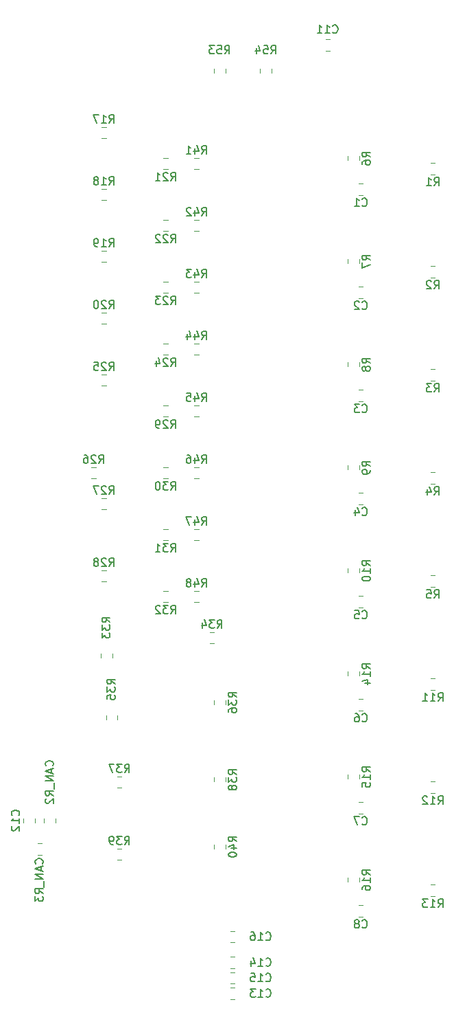
<source format=gbr>
G04 #@! TF.GenerationSoftware,KiCad,Pcbnew,(5.1.5)-3*
G04 #@! TF.CreationDate,2020-02-02T10:17:26+01:00*
G04 #@! TF.ProjectId,shield,73686965-6c64-42e6-9b69-6361645f7063,rev?*
G04 #@! TF.SameCoordinates,Original*
G04 #@! TF.FileFunction,Legend,Bot*
G04 #@! TF.FilePolarity,Positive*
%FSLAX46Y46*%
G04 Gerber Fmt 4.6, Leading zero omitted, Abs format (unit mm)*
G04 Created by KiCad (PCBNEW (5.1.5)-3) date 2020-02-02 10:17:26*
%MOMM*%
%LPD*%
G04 APERTURE LIST*
%ADD10C,0.120000*%
%ADD11C,0.150000*%
G04 APERTURE END LIST*
D10*
X74368922Y-159310000D02*
X74886078Y-159310000D01*
X74368922Y-160730000D02*
X74886078Y-160730000D01*
X74368922Y-164390000D02*
X74886078Y-164390000D01*
X74368922Y-165810000D02*
X74886078Y-165810000D01*
X74886078Y-163905000D02*
X74368922Y-163905000D01*
X74886078Y-162485000D02*
X74368922Y-162485000D01*
X74886078Y-167715000D02*
X74368922Y-167715000D01*
X74886078Y-166295000D02*
X74368922Y-166295000D01*
X50240000Y-145458922D02*
X50240000Y-145976078D01*
X48820000Y-145458922D02*
X48820000Y-145976078D01*
X50541422Y-148515000D02*
X51058578Y-148515000D01*
X50541422Y-149935000D02*
X51058578Y-149935000D01*
X51360000Y-145976078D02*
X51360000Y-145458922D01*
X52780000Y-145976078D02*
X52780000Y-145458922D01*
X79450000Y-53081422D02*
X79450000Y-53598578D01*
X78030000Y-53081422D02*
X78030000Y-53598578D01*
X73735000Y-53081422D02*
X73735000Y-53598578D01*
X72315000Y-53081422D02*
X72315000Y-53598578D01*
X86101422Y-49455000D02*
X86618578Y-49455000D01*
X86101422Y-50875000D02*
X86618578Y-50875000D01*
X70441078Y-118820000D02*
X69923922Y-118820000D01*
X70441078Y-117400000D02*
X69923922Y-117400000D01*
X70441078Y-111200000D02*
X69923922Y-111200000D01*
X70441078Y-109780000D02*
X69923922Y-109780000D01*
X70441078Y-103580000D02*
X69923922Y-103580000D01*
X70441078Y-102160000D02*
X69923922Y-102160000D01*
X70441078Y-95960000D02*
X69923922Y-95960000D01*
X70441078Y-94540000D02*
X69923922Y-94540000D01*
X70441078Y-88340000D02*
X69923922Y-88340000D01*
X70441078Y-86920000D02*
X69923922Y-86920000D01*
X70441078Y-80720000D02*
X69923922Y-80720000D01*
X70441078Y-79300000D02*
X69923922Y-79300000D01*
X70441078Y-73100000D02*
X69923922Y-73100000D01*
X70441078Y-71680000D02*
X69923922Y-71680000D01*
X70441078Y-65480000D02*
X69923922Y-65480000D01*
X70441078Y-64060000D02*
X69923922Y-64060000D01*
X72315000Y-149181078D02*
X72315000Y-148663922D01*
X73735000Y-149181078D02*
X73735000Y-148663922D01*
X60916078Y-150570000D02*
X60398922Y-150570000D01*
X60916078Y-149150000D02*
X60398922Y-149150000D01*
X72315000Y-140926078D02*
X72315000Y-140408922D01*
X73735000Y-140926078D02*
X73735000Y-140408922D01*
X60916078Y-141680000D02*
X60398922Y-141680000D01*
X60916078Y-140260000D02*
X60398922Y-140260000D01*
X72315000Y-131401078D02*
X72315000Y-130883922D01*
X73735000Y-131401078D02*
X73735000Y-130883922D01*
X59010000Y-133276078D02*
X59010000Y-132758922D01*
X60430000Y-133276078D02*
X60430000Y-132758922D01*
X72346078Y-123900000D02*
X71828922Y-123900000D01*
X72346078Y-122480000D02*
X71828922Y-122480000D01*
X58345000Y-125686078D02*
X58345000Y-125168922D01*
X59765000Y-125686078D02*
X59765000Y-125168922D01*
X66113922Y-117400000D02*
X66631078Y-117400000D01*
X66113922Y-118820000D02*
X66631078Y-118820000D01*
X66113922Y-109780000D02*
X66631078Y-109780000D01*
X66113922Y-111200000D02*
X66631078Y-111200000D01*
X66113922Y-102160000D02*
X66631078Y-102160000D01*
X66113922Y-103580000D02*
X66631078Y-103580000D01*
X66113922Y-94540000D02*
X66631078Y-94540000D01*
X66113922Y-95960000D02*
X66631078Y-95960000D01*
X59011078Y-116280000D02*
X58493922Y-116280000D01*
X59011078Y-114860000D02*
X58493922Y-114860000D01*
X59011078Y-107390000D02*
X58493922Y-107390000D01*
X59011078Y-105970000D02*
X58493922Y-105970000D01*
X57741078Y-103580000D02*
X57223922Y-103580000D01*
X57741078Y-102160000D02*
X57223922Y-102160000D01*
X59011078Y-92150000D02*
X58493922Y-92150000D01*
X59011078Y-90730000D02*
X58493922Y-90730000D01*
X66113922Y-86920000D02*
X66631078Y-86920000D01*
X66113922Y-88340000D02*
X66631078Y-88340000D01*
X66113922Y-79300000D02*
X66631078Y-79300000D01*
X66113922Y-80720000D02*
X66631078Y-80720000D01*
X66113922Y-71680000D02*
X66631078Y-71680000D01*
X66113922Y-73100000D02*
X66631078Y-73100000D01*
X66113922Y-64060000D02*
X66631078Y-64060000D01*
X66113922Y-65480000D02*
X66631078Y-65480000D01*
X59011078Y-84530000D02*
X58493922Y-84530000D01*
X59011078Y-83110000D02*
X58493922Y-83110000D01*
X59011078Y-76910000D02*
X58493922Y-76910000D01*
X59011078Y-75490000D02*
X58493922Y-75490000D01*
X59011078Y-69290000D02*
X58493922Y-69290000D01*
X59011078Y-67870000D02*
X58493922Y-67870000D01*
X59011078Y-61670000D02*
X58493922Y-61670000D01*
X59011078Y-60250000D02*
X58493922Y-60250000D01*
X88825000Y-153293578D02*
X88825000Y-152776422D01*
X90245000Y-153293578D02*
X90245000Y-152776422D01*
X88825000Y-140593578D02*
X88825000Y-140076422D01*
X90245000Y-140593578D02*
X90245000Y-140076422D01*
X88825000Y-127893578D02*
X88825000Y-127376422D01*
X90245000Y-127893578D02*
X90245000Y-127376422D01*
X99103922Y-153595000D02*
X99621078Y-153595000D01*
X99103922Y-155015000D02*
X99621078Y-155015000D01*
X99103922Y-140895000D02*
X99621078Y-140895000D01*
X99103922Y-142315000D02*
X99621078Y-142315000D01*
X99103922Y-128195000D02*
X99621078Y-128195000D01*
X99103922Y-129615000D02*
X99621078Y-129615000D01*
X88825000Y-115193578D02*
X88825000Y-114676422D01*
X90245000Y-115193578D02*
X90245000Y-114676422D01*
X88825000Y-102493578D02*
X88825000Y-101976422D01*
X90245000Y-102493578D02*
X90245000Y-101976422D01*
X88825000Y-89793578D02*
X88825000Y-89276422D01*
X90245000Y-89793578D02*
X90245000Y-89276422D01*
X88825000Y-77093578D02*
X88825000Y-76576422D01*
X90245000Y-77093578D02*
X90245000Y-76576422D01*
X88825000Y-64393578D02*
X88825000Y-63876422D01*
X90245000Y-64393578D02*
X90245000Y-63876422D01*
X99103922Y-115495000D02*
X99621078Y-115495000D01*
X99103922Y-116915000D02*
X99621078Y-116915000D01*
X99103922Y-102795000D02*
X99621078Y-102795000D01*
X99103922Y-104215000D02*
X99621078Y-104215000D01*
X99103922Y-90095000D02*
X99621078Y-90095000D01*
X99103922Y-91515000D02*
X99621078Y-91515000D01*
X99103922Y-77395000D02*
X99621078Y-77395000D01*
X99103922Y-78815000D02*
X99621078Y-78815000D01*
X99103922Y-64695000D02*
X99621078Y-64695000D01*
X99103922Y-66115000D02*
X99621078Y-66115000D01*
X90213922Y-156135000D02*
X90731078Y-156135000D01*
X90213922Y-157555000D02*
X90731078Y-157555000D01*
X90213922Y-143435000D02*
X90731078Y-143435000D01*
X90213922Y-144855000D02*
X90731078Y-144855000D01*
X90213922Y-130735000D02*
X90731078Y-130735000D01*
X90213922Y-132155000D02*
X90731078Y-132155000D01*
X90213922Y-118035000D02*
X90731078Y-118035000D01*
X90213922Y-119455000D02*
X90731078Y-119455000D01*
X90213922Y-105335000D02*
X90731078Y-105335000D01*
X90213922Y-106755000D02*
X90731078Y-106755000D01*
X90213922Y-92635000D02*
X90731078Y-92635000D01*
X90213922Y-94055000D02*
X90731078Y-94055000D01*
X90213922Y-79935000D02*
X90731078Y-79935000D01*
X90213922Y-81355000D02*
X90731078Y-81355000D01*
X90213922Y-67235000D02*
X90731078Y-67235000D01*
X90213922Y-68655000D02*
X90731078Y-68655000D01*
D11*
X78747857Y-160377142D02*
X78795476Y-160424761D01*
X78938333Y-160472380D01*
X79033571Y-160472380D01*
X79176428Y-160424761D01*
X79271666Y-160329523D01*
X79319285Y-160234285D01*
X79366904Y-160043809D01*
X79366904Y-159900952D01*
X79319285Y-159710476D01*
X79271666Y-159615238D01*
X79176428Y-159520000D01*
X79033571Y-159472380D01*
X78938333Y-159472380D01*
X78795476Y-159520000D01*
X78747857Y-159567619D01*
X77795476Y-160472380D02*
X78366904Y-160472380D01*
X78081190Y-160472380D02*
X78081190Y-159472380D01*
X78176428Y-159615238D01*
X78271666Y-159710476D01*
X78366904Y-159758095D01*
X76938333Y-159472380D02*
X77128809Y-159472380D01*
X77224047Y-159520000D01*
X77271666Y-159567619D01*
X77366904Y-159710476D01*
X77414523Y-159900952D01*
X77414523Y-160281904D01*
X77366904Y-160377142D01*
X77319285Y-160424761D01*
X77224047Y-160472380D01*
X77033571Y-160472380D01*
X76938333Y-160424761D01*
X76890714Y-160377142D01*
X76843095Y-160281904D01*
X76843095Y-160043809D01*
X76890714Y-159948571D01*
X76938333Y-159900952D01*
X77033571Y-159853333D01*
X77224047Y-159853333D01*
X77319285Y-159900952D01*
X77366904Y-159948571D01*
X77414523Y-160043809D01*
X78747857Y-165457142D02*
X78795476Y-165504761D01*
X78938333Y-165552380D01*
X79033571Y-165552380D01*
X79176428Y-165504761D01*
X79271666Y-165409523D01*
X79319285Y-165314285D01*
X79366904Y-165123809D01*
X79366904Y-164980952D01*
X79319285Y-164790476D01*
X79271666Y-164695238D01*
X79176428Y-164600000D01*
X79033571Y-164552380D01*
X78938333Y-164552380D01*
X78795476Y-164600000D01*
X78747857Y-164647619D01*
X77795476Y-165552380D02*
X78366904Y-165552380D01*
X78081190Y-165552380D02*
X78081190Y-164552380D01*
X78176428Y-164695238D01*
X78271666Y-164790476D01*
X78366904Y-164838095D01*
X76890714Y-164552380D02*
X77366904Y-164552380D01*
X77414523Y-165028571D01*
X77366904Y-164980952D01*
X77271666Y-164933333D01*
X77033571Y-164933333D01*
X76938333Y-164980952D01*
X76890714Y-165028571D01*
X76843095Y-165123809D01*
X76843095Y-165361904D01*
X76890714Y-165457142D01*
X76938333Y-165504761D01*
X77033571Y-165552380D01*
X77271666Y-165552380D01*
X77366904Y-165504761D01*
X77414523Y-165457142D01*
X78747857Y-163552142D02*
X78795476Y-163599761D01*
X78938333Y-163647380D01*
X79033571Y-163647380D01*
X79176428Y-163599761D01*
X79271666Y-163504523D01*
X79319285Y-163409285D01*
X79366904Y-163218809D01*
X79366904Y-163075952D01*
X79319285Y-162885476D01*
X79271666Y-162790238D01*
X79176428Y-162695000D01*
X79033571Y-162647380D01*
X78938333Y-162647380D01*
X78795476Y-162695000D01*
X78747857Y-162742619D01*
X77795476Y-163647380D02*
X78366904Y-163647380D01*
X78081190Y-163647380D02*
X78081190Y-162647380D01*
X78176428Y-162790238D01*
X78271666Y-162885476D01*
X78366904Y-162933095D01*
X76938333Y-162980714D02*
X76938333Y-163647380D01*
X77176428Y-162599761D02*
X77414523Y-163314047D01*
X76795476Y-163314047D01*
X78747857Y-167362142D02*
X78795476Y-167409761D01*
X78938333Y-167457380D01*
X79033571Y-167457380D01*
X79176428Y-167409761D01*
X79271666Y-167314523D01*
X79319285Y-167219285D01*
X79366904Y-167028809D01*
X79366904Y-166885952D01*
X79319285Y-166695476D01*
X79271666Y-166600238D01*
X79176428Y-166505000D01*
X79033571Y-166457380D01*
X78938333Y-166457380D01*
X78795476Y-166505000D01*
X78747857Y-166552619D01*
X77795476Y-167457380D02*
X78366904Y-167457380D01*
X78081190Y-167457380D02*
X78081190Y-166457380D01*
X78176428Y-166600238D01*
X78271666Y-166695476D01*
X78366904Y-166743095D01*
X77462142Y-166457380D02*
X76843095Y-166457380D01*
X77176428Y-166838333D01*
X77033571Y-166838333D01*
X76938333Y-166885952D01*
X76890714Y-166933571D01*
X76843095Y-167028809D01*
X76843095Y-167266904D01*
X76890714Y-167362142D01*
X76938333Y-167409761D01*
X77033571Y-167457380D01*
X77319285Y-167457380D01*
X77414523Y-167409761D01*
X77462142Y-167362142D01*
X48237142Y-145074642D02*
X48284761Y-145027023D01*
X48332380Y-144884166D01*
X48332380Y-144788928D01*
X48284761Y-144646071D01*
X48189523Y-144550833D01*
X48094285Y-144503214D01*
X47903809Y-144455595D01*
X47760952Y-144455595D01*
X47570476Y-144503214D01*
X47475238Y-144550833D01*
X47380000Y-144646071D01*
X47332380Y-144788928D01*
X47332380Y-144884166D01*
X47380000Y-145027023D01*
X47427619Y-145074642D01*
X48332380Y-146027023D02*
X48332380Y-145455595D01*
X48332380Y-145741309D02*
X47332380Y-145741309D01*
X47475238Y-145646071D01*
X47570476Y-145550833D01*
X47618095Y-145455595D01*
X47427619Y-146407976D02*
X47380000Y-146455595D01*
X47332380Y-146550833D01*
X47332380Y-146788928D01*
X47380000Y-146884166D01*
X47427619Y-146931785D01*
X47522857Y-146979404D01*
X47618095Y-146979404D01*
X47760952Y-146931785D01*
X48332380Y-146360357D01*
X48332380Y-146979404D01*
X51157142Y-151035000D02*
X51204761Y-150987380D01*
X51252380Y-150844523D01*
X51252380Y-150749285D01*
X51204761Y-150606428D01*
X51109523Y-150511190D01*
X51014285Y-150463571D01*
X50823809Y-150415952D01*
X50680952Y-150415952D01*
X50490476Y-150463571D01*
X50395238Y-150511190D01*
X50300000Y-150606428D01*
X50252380Y-150749285D01*
X50252380Y-150844523D01*
X50300000Y-150987380D01*
X50347619Y-151035000D01*
X50966666Y-151415952D02*
X50966666Y-151892142D01*
X51252380Y-151320714D02*
X50252380Y-151654047D01*
X51252380Y-151987380D01*
X51252380Y-152320714D02*
X50252380Y-152320714D01*
X51252380Y-152892142D01*
X50252380Y-152892142D01*
X51347619Y-153130238D02*
X51347619Y-153892142D01*
X51252380Y-154701666D02*
X50776190Y-154368333D01*
X51252380Y-154130238D02*
X50252380Y-154130238D01*
X50252380Y-154511190D01*
X50300000Y-154606428D01*
X50347619Y-154654047D01*
X50442857Y-154701666D01*
X50585714Y-154701666D01*
X50680952Y-154654047D01*
X50728571Y-154606428D01*
X50776190Y-154511190D01*
X50776190Y-154130238D01*
X50252380Y-155035000D02*
X50252380Y-155654047D01*
X50633333Y-155320714D01*
X50633333Y-155463571D01*
X50680952Y-155558809D01*
X50728571Y-155606428D01*
X50823809Y-155654047D01*
X51061904Y-155654047D01*
X51157142Y-155606428D01*
X51204761Y-155558809D01*
X51252380Y-155463571D01*
X51252380Y-155177857D01*
X51204761Y-155082619D01*
X51157142Y-155035000D01*
X52427142Y-138970000D02*
X52474761Y-138922380D01*
X52522380Y-138779523D01*
X52522380Y-138684285D01*
X52474761Y-138541428D01*
X52379523Y-138446190D01*
X52284285Y-138398571D01*
X52093809Y-138350952D01*
X51950952Y-138350952D01*
X51760476Y-138398571D01*
X51665238Y-138446190D01*
X51570000Y-138541428D01*
X51522380Y-138684285D01*
X51522380Y-138779523D01*
X51570000Y-138922380D01*
X51617619Y-138970000D01*
X52236666Y-139350952D02*
X52236666Y-139827142D01*
X52522380Y-139255714D02*
X51522380Y-139589047D01*
X52522380Y-139922380D01*
X52522380Y-140255714D02*
X51522380Y-140255714D01*
X52522380Y-140827142D01*
X51522380Y-140827142D01*
X52617619Y-141065238D02*
X52617619Y-141827142D01*
X52522380Y-142636666D02*
X52046190Y-142303333D01*
X52522380Y-142065238D02*
X51522380Y-142065238D01*
X51522380Y-142446190D01*
X51570000Y-142541428D01*
X51617619Y-142589047D01*
X51712857Y-142636666D01*
X51855714Y-142636666D01*
X51950952Y-142589047D01*
X51998571Y-142541428D01*
X52046190Y-142446190D01*
X52046190Y-142065238D01*
X51617619Y-143017619D02*
X51570000Y-143065238D01*
X51522380Y-143160476D01*
X51522380Y-143398571D01*
X51570000Y-143493809D01*
X51617619Y-143541428D01*
X51712857Y-143589047D01*
X51808095Y-143589047D01*
X51950952Y-143541428D01*
X52522380Y-142970000D01*
X52522380Y-143589047D01*
X79382857Y-51252380D02*
X79716190Y-50776190D01*
X79954285Y-51252380D02*
X79954285Y-50252380D01*
X79573333Y-50252380D01*
X79478095Y-50300000D01*
X79430476Y-50347619D01*
X79382857Y-50442857D01*
X79382857Y-50585714D01*
X79430476Y-50680952D01*
X79478095Y-50728571D01*
X79573333Y-50776190D01*
X79954285Y-50776190D01*
X78478095Y-50252380D02*
X78954285Y-50252380D01*
X79001904Y-50728571D01*
X78954285Y-50680952D01*
X78859047Y-50633333D01*
X78620952Y-50633333D01*
X78525714Y-50680952D01*
X78478095Y-50728571D01*
X78430476Y-50823809D01*
X78430476Y-51061904D01*
X78478095Y-51157142D01*
X78525714Y-51204761D01*
X78620952Y-51252380D01*
X78859047Y-51252380D01*
X78954285Y-51204761D01*
X79001904Y-51157142D01*
X77573333Y-50585714D02*
X77573333Y-51252380D01*
X77811428Y-50204761D02*
X78049523Y-50919047D01*
X77430476Y-50919047D01*
X73667857Y-51252380D02*
X74001190Y-50776190D01*
X74239285Y-51252380D02*
X74239285Y-50252380D01*
X73858333Y-50252380D01*
X73763095Y-50300000D01*
X73715476Y-50347619D01*
X73667857Y-50442857D01*
X73667857Y-50585714D01*
X73715476Y-50680952D01*
X73763095Y-50728571D01*
X73858333Y-50776190D01*
X74239285Y-50776190D01*
X72763095Y-50252380D02*
X73239285Y-50252380D01*
X73286904Y-50728571D01*
X73239285Y-50680952D01*
X73144047Y-50633333D01*
X72905952Y-50633333D01*
X72810714Y-50680952D01*
X72763095Y-50728571D01*
X72715476Y-50823809D01*
X72715476Y-51061904D01*
X72763095Y-51157142D01*
X72810714Y-51204761D01*
X72905952Y-51252380D01*
X73144047Y-51252380D01*
X73239285Y-51204761D01*
X73286904Y-51157142D01*
X72382142Y-50252380D02*
X71763095Y-50252380D01*
X72096428Y-50633333D01*
X71953571Y-50633333D01*
X71858333Y-50680952D01*
X71810714Y-50728571D01*
X71763095Y-50823809D01*
X71763095Y-51061904D01*
X71810714Y-51157142D01*
X71858333Y-51204761D01*
X71953571Y-51252380D01*
X72239285Y-51252380D01*
X72334523Y-51204761D01*
X72382142Y-51157142D01*
X87002857Y-48617142D02*
X87050476Y-48664761D01*
X87193333Y-48712380D01*
X87288571Y-48712380D01*
X87431428Y-48664761D01*
X87526666Y-48569523D01*
X87574285Y-48474285D01*
X87621904Y-48283809D01*
X87621904Y-48140952D01*
X87574285Y-47950476D01*
X87526666Y-47855238D01*
X87431428Y-47760000D01*
X87288571Y-47712380D01*
X87193333Y-47712380D01*
X87050476Y-47760000D01*
X87002857Y-47807619D01*
X86050476Y-48712380D02*
X86621904Y-48712380D01*
X86336190Y-48712380D02*
X86336190Y-47712380D01*
X86431428Y-47855238D01*
X86526666Y-47950476D01*
X86621904Y-47998095D01*
X85098095Y-48712380D02*
X85669523Y-48712380D01*
X85383809Y-48712380D02*
X85383809Y-47712380D01*
X85479047Y-47855238D01*
X85574285Y-47950476D01*
X85669523Y-47998095D01*
X70825357Y-116912380D02*
X71158690Y-116436190D01*
X71396785Y-116912380D02*
X71396785Y-115912380D01*
X71015833Y-115912380D01*
X70920595Y-115960000D01*
X70872976Y-116007619D01*
X70825357Y-116102857D01*
X70825357Y-116245714D01*
X70872976Y-116340952D01*
X70920595Y-116388571D01*
X71015833Y-116436190D01*
X71396785Y-116436190D01*
X69968214Y-116245714D02*
X69968214Y-116912380D01*
X70206309Y-115864761D02*
X70444404Y-116579047D01*
X69825357Y-116579047D01*
X69301547Y-116340952D02*
X69396785Y-116293333D01*
X69444404Y-116245714D01*
X69492023Y-116150476D01*
X69492023Y-116102857D01*
X69444404Y-116007619D01*
X69396785Y-115960000D01*
X69301547Y-115912380D01*
X69111071Y-115912380D01*
X69015833Y-115960000D01*
X68968214Y-116007619D01*
X68920595Y-116102857D01*
X68920595Y-116150476D01*
X68968214Y-116245714D01*
X69015833Y-116293333D01*
X69111071Y-116340952D01*
X69301547Y-116340952D01*
X69396785Y-116388571D01*
X69444404Y-116436190D01*
X69492023Y-116531428D01*
X69492023Y-116721904D01*
X69444404Y-116817142D01*
X69396785Y-116864761D01*
X69301547Y-116912380D01*
X69111071Y-116912380D01*
X69015833Y-116864761D01*
X68968214Y-116817142D01*
X68920595Y-116721904D01*
X68920595Y-116531428D01*
X68968214Y-116436190D01*
X69015833Y-116388571D01*
X69111071Y-116340952D01*
X70825357Y-109292380D02*
X71158690Y-108816190D01*
X71396785Y-109292380D02*
X71396785Y-108292380D01*
X71015833Y-108292380D01*
X70920595Y-108340000D01*
X70872976Y-108387619D01*
X70825357Y-108482857D01*
X70825357Y-108625714D01*
X70872976Y-108720952D01*
X70920595Y-108768571D01*
X71015833Y-108816190D01*
X71396785Y-108816190D01*
X69968214Y-108625714D02*
X69968214Y-109292380D01*
X70206309Y-108244761D02*
X70444404Y-108959047D01*
X69825357Y-108959047D01*
X69539642Y-108292380D02*
X68872976Y-108292380D01*
X69301547Y-109292380D01*
X70825357Y-101672380D02*
X71158690Y-101196190D01*
X71396785Y-101672380D02*
X71396785Y-100672380D01*
X71015833Y-100672380D01*
X70920595Y-100720000D01*
X70872976Y-100767619D01*
X70825357Y-100862857D01*
X70825357Y-101005714D01*
X70872976Y-101100952D01*
X70920595Y-101148571D01*
X71015833Y-101196190D01*
X71396785Y-101196190D01*
X69968214Y-101005714D02*
X69968214Y-101672380D01*
X70206309Y-100624761D02*
X70444404Y-101339047D01*
X69825357Y-101339047D01*
X69015833Y-100672380D02*
X69206309Y-100672380D01*
X69301547Y-100720000D01*
X69349166Y-100767619D01*
X69444404Y-100910476D01*
X69492023Y-101100952D01*
X69492023Y-101481904D01*
X69444404Y-101577142D01*
X69396785Y-101624761D01*
X69301547Y-101672380D01*
X69111071Y-101672380D01*
X69015833Y-101624761D01*
X68968214Y-101577142D01*
X68920595Y-101481904D01*
X68920595Y-101243809D01*
X68968214Y-101148571D01*
X69015833Y-101100952D01*
X69111071Y-101053333D01*
X69301547Y-101053333D01*
X69396785Y-101100952D01*
X69444404Y-101148571D01*
X69492023Y-101243809D01*
X70825357Y-94052380D02*
X71158690Y-93576190D01*
X71396785Y-94052380D02*
X71396785Y-93052380D01*
X71015833Y-93052380D01*
X70920595Y-93100000D01*
X70872976Y-93147619D01*
X70825357Y-93242857D01*
X70825357Y-93385714D01*
X70872976Y-93480952D01*
X70920595Y-93528571D01*
X71015833Y-93576190D01*
X71396785Y-93576190D01*
X69968214Y-93385714D02*
X69968214Y-94052380D01*
X70206309Y-93004761D02*
X70444404Y-93719047D01*
X69825357Y-93719047D01*
X68968214Y-93052380D02*
X69444404Y-93052380D01*
X69492023Y-93528571D01*
X69444404Y-93480952D01*
X69349166Y-93433333D01*
X69111071Y-93433333D01*
X69015833Y-93480952D01*
X68968214Y-93528571D01*
X68920595Y-93623809D01*
X68920595Y-93861904D01*
X68968214Y-93957142D01*
X69015833Y-94004761D01*
X69111071Y-94052380D01*
X69349166Y-94052380D01*
X69444404Y-94004761D01*
X69492023Y-93957142D01*
X70825357Y-86432380D02*
X71158690Y-85956190D01*
X71396785Y-86432380D02*
X71396785Y-85432380D01*
X71015833Y-85432380D01*
X70920595Y-85480000D01*
X70872976Y-85527619D01*
X70825357Y-85622857D01*
X70825357Y-85765714D01*
X70872976Y-85860952D01*
X70920595Y-85908571D01*
X71015833Y-85956190D01*
X71396785Y-85956190D01*
X69968214Y-85765714D02*
X69968214Y-86432380D01*
X70206309Y-85384761D02*
X70444404Y-86099047D01*
X69825357Y-86099047D01*
X69015833Y-85765714D02*
X69015833Y-86432380D01*
X69253928Y-85384761D02*
X69492023Y-86099047D01*
X68872976Y-86099047D01*
X70825357Y-78812380D02*
X71158690Y-78336190D01*
X71396785Y-78812380D02*
X71396785Y-77812380D01*
X71015833Y-77812380D01*
X70920595Y-77860000D01*
X70872976Y-77907619D01*
X70825357Y-78002857D01*
X70825357Y-78145714D01*
X70872976Y-78240952D01*
X70920595Y-78288571D01*
X71015833Y-78336190D01*
X71396785Y-78336190D01*
X69968214Y-78145714D02*
X69968214Y-78812380D01*
X70206309Y-77764761D02*
X70444404Y-78479047D01*
X69825357Y-78479047D01*
X69539642Y-77812380D02*
X68920595Y-77812380D01*
X69253928Y-78193333D01*
X69111071Y-78193333D01*
X69015833Y-78240952D01*
X68968214Y-78288571D01*
X68920595Y-78383809D01*
X68920595Y-78621904D01*
X68968214Y-78717142D01*
X69015833Y-78764761D01*
X69111071Y-78812380D01*
X69396785Y-78812380D01*
X69492023Y-78764761D01*
X69539642Y-78717142D01*
X70825357Y-71192380D02*
X71158690Y-70716190D01*
X71396785Y-71192380D02*
X71396785Y-70192380D01*
X71015833Y-70192380D01*
X70920595Y-70240000D01*
X70872976Y-70287619D01*
X70825357Y-70382857D01*
X70825357Y-70525714D01*
X70872976Y-70620952D01*
X70920595Y-70668571D01*
X71015833Y-70716190D01*
X71396785Y-70716190D01*
X69968214Y-70525714D02*
X69968214Y-71192380D01*
X70206309Y-70144761D02*
X70444404Y-70859047D01*
X69825357Y-70859047D01*
X69492023Y-70287619D02*
X69444404Y-70240000D01*
X69349166Y-70192380D01*
X69111071Y-70192380D01*
X69015833Y-70240000D01*
X68968214Y-70287619D01*
X68920595Y-70382857D01*
X68920595Y-70478095D01*
X68968214Y-70620952D01*
X69539642Y-71192380D01*
X68920595Y-71192380D01*
X70825357Y-63572380D02*
X71158690Y-63096190D01*
X71396785Y-63572380D02*
X71396785Y-62572380D01*
X71015833Y-62572380D01*
X70920595Y-62620000D01*
X70872976Y-62667619D01*
X70825357Y-62762857D01*
X70825357Y-62905714D01*
X70872976Y-63000952D01*
X70920595Y-63048571D01*
X71015833Y-63096190D01*
X71396785Y-63096190D01*
X69968214Y-62905714D02*
X69968214Y-63572380D01*
X70206309Y-62524761D02*
X70444404Y-63239047D01*
X69825357Y-63239047D01*
X68920595Y-63572380D02*
X69492023Y-63572380D01*
X69206309Y-63572380D02*
X69206309Y-62572380D01*
X69301547Y-62715238D01*
X69396785Y-62810476D01*
X69492023Y-62858095D01*
X75127380Y-148279642D02*
X74651190Y-147946309D01*
X75127380Y-147708214D02*
X74127380Y-147708214D01*
X74127380Y-148089166D01*
X74175000Y-148184404D01*
X74222619Y-148232023D01*
X74317857Y-148279642D01*
X74460714Y-148279642D01*
X74555952Y-148232023D01*
X74603571Y-148184404D01*
X74651190Y-148089166D01*
X74651190Y-147708214D01*
X74460714Y-149136785D02*
X75127380Y-149136785D01*
X74079761Y-148898690D02*
X74794047Y-148660595D01*
X74794047Y-149279642D01*
X74127380Y-149851071D02*
X74127380Y-149946309D01*
X74175000Y-150041547D01*
X74222619Y-150089166D01*
X74317857Y-150136785D01*
X74508333Y-150184404D01*
X74746428Y-150184404D01*
X74936904Y-150136785D01*
X75032142Y-150089166D01*
X75079761Y-150041547D01*
X75127380Y-149946309D01*
X75127380Y-149851071D01*
X75079761Y-149755833D01*
X75032142Y-149708214D01*
X74936904Y-149660595D01*
X74746428Y-149612976D01*
X74508333Y-149612976D01*
X74317857Y-149660595D01*
X74222619Y-149708214D01*
X74175000Y-149755833D01*
X74127380Y-149851071D01*
X61300357Y-148662380D02*
X61633690Y-148186190D01*
X61871785Y-148662380D02*
X61871785Y-147662380D01*
X61490833Y-147662380D01*
X61395595Y-147710000D01*
X61347976Y-147757619D01*
X61300357Y-147852857D01*
X61300357Y-147995714D01*
X61347976Y-148090952D01*
X61395595Y-148138571D01*
X61490833Y-148186190D01*
X61871785Y-148186190D01*
X60967023Y-147662380D02*
X60347976Y-147662380D01*
X60681309Y-148043333D01*
X60538452Y-148043333D01*
X60443214Y-148090952D01*
X60395595Y-148138571D01*
X60347976Y-148233809D01*
X60347976Y-148471904D01*
X60395595Y-148567142D01*
X60443214Y-148614761D01*
X60538452Y-148662380D01*
X60824166Y-148662380D01*
X60919404Y-148614761D01*
X60967023Y-148567142D01*
X59871785Y-148662380D02*
X59681309Y-148662380D01*
X59586071Y-148614761D01*
X59538452Y-148567142D01*
X59443214Y-148424285D01*
X59395595Y-148233809D01*
X59395595Y-147852857D01*
X59443214Y-147757619D01*
X59490833Y-147710000D01*
X59586071Y-147662380D01*
X59776547Y-147662380D01*
X59871785Y-147710000D01*
X59919404Y-147757619D01*
X59967023Y-147852857D01*
X59967023Y-148090952D01*
X59919404Y-148186190D01*
X59871785Y-148233809D01*
X59776547Y-148281428D01*
X59586071Y-148281428D01*
X59490833Y-148233809D01*
X59443214Y-148186190D01*
X59395595Y-148090952D01*
X75127380Y-140024642D02*
X74651190Y-139691309D01*
X75127380Y-139453214D02*
X74127380Y-139453214D01*
X74127380Y-139834166D01*
X74175000Y-139929404D01*
X74222619Y-139977023D01*
X74317857Y-140024642D01*
X74460714Y-140024642D01*
X74555952Y-139977023D01*
X74603571Y-139929404D01*
X74651190Y-139834166D01*
X74651190Y-139453214D01*
X74127380Y-140357976D02*
X74127380Y-140977023D01*
X74508333Y-140643690D01*
X74508333Y-140786547D01*
X74555952Y-140881785D01*
X74603571Y-140929404D01*
X74698809Y-140977023D01*
X74936904Y-140977023D01*
X75032142Y-140929404D01*
X75079761Y-140881785D01*
X75127380Y-140786547D01*
X75127380Y-140500833D01*
X75079761Y-140405595D01*
X75032142Y-140357976D01*
X74555952Y-141548452D02*
X74508333Y-141453214D01*
X74460714Y-141405595D01*
X74365476Y-141357976D01*
X74317857Y-141357976D01*
X74222619Y-141405595D01*
X74175000Y-141453214D01*
X74127380Y-141548452D01*
X74127380Y-141738928D01*
X74175000Y-141834166D01*
X74222619Y-141881785D01*
X74317857Y-141929404D01*
X74365476Y-141929404D01*
X74460714Y-141881785D01*
X74508333Y-141834166D01*
X74555952Y-141738928D01*
X74555952Y-141548452D01*
X74603571Y-141453214D01*
X74651190Y-141405595D01*
X74746428Y-141357976D01*
X74936904Y-141357976D01*
X75032142Y-141405595D01*
X75079761Y-141453214D01*
X75127380Y-141548452D01*
X75127380Y-141738928D01*
X75079761Y-141834166D01*
X75032142Y-141881785D01*
X74936904Y-141929404D01*
X74746428Y-141929404D01*
X74651190Y-141881785D01*
X74603571Y-141834166D01*
X74555952Y-141738928D01*
X61300357Y-139772380D02*
X61633690Y-139296190D01*
X61871785Y-139772380D02*
X61871785Y-138772380D01*
X61490833Y-138772380D01*
X61395595Y-138820000D01*
X61347976Y-138867619D01*
X61300357Y-138962857D01*
X61300357Y-139105714D01*
X61347976Y-139200952D01*
X61395595Y-139248571D01*
X61490833Y-139296190D01*
X61871785Y-139296190D01*
X60967023Y-138772380D02*
X60347976Y-138772380D01*
X60681309Y-139153333D01*
X60538452Y-139153333D01*
X60443214Y-139200952D01*
X60395595Y-139248571D01*
X60347976Y-139343809D01*
X60347976Y-139581904D01*
X60395595Y-139677142D01*
X60443214Y-139724761D01*
X60538452Y-139772380D01*
X60824166Y-139772380D01*
X60919404Y-139724761D01*
X60967023Y-139677142D01*
X60014642Y-138772380D02*
X59347976Y-138772380D01*
X59776547Y-139772380D01*
X75127380Y-130499642D02*
X74651190Y-130166309D01*
X75127380Y-129928214D02*
X74127380Y-129928214D01*
X74127380Y-130309166D01*
X74175000Y-130404404D01*
X74222619Y-130452023D01*
X74317857Y-130499642D01*
X74460714Y-130499642D01*
X74555952Y-130452023D01*
X74603571Y-130404404D01*
X74651190Y-130309166D01*
X74651190Y-129928214D01*
X74127380Y-130832976D02*
X74127380Y-131452023D01*
X74508333Y-131118690D01*
X74508333Y-131261547D01*
X74555952Y-131356785D01*
X74603571Y-131404404D01*
X74698809Y-131452023D01*
X74936904Y-131452023D01*
X75032142Y-131404404D01*
X75079761Y-131356785D01*
X75127380Y-131261547D01*
X75127380Y-130975833D01*
X75079761Y-130880595D01*
X75032142Y-130832976D01*
X74127380Y-132309166D02*
X74127380Y-132118690D01*
X74175000Y-132023452D01*
X74222619Y-131975833D01*
X74365476Y-131880595D01*
X74555952Y-131832976D01*
X74936904Y-131832976D01*
X75032142Y-131880595D01*
X75079761Y-131928214D01*
X75127380Y-132023452D01*
X75127380Y-132213928D01*
X75079761Y-132309166D01*
X75032142Y-132356785D01*
X74936904Y-132404404D01*
X74698809Y-132404404D01*
X74603571Y-132356785D01*
X74555952Y-132309166D01*
X74508333Y-132213928D01*
X74508333Y-132023452D01*
X74555952Y-131928214D01*
X74603571Y-131880595D01*
X74698809Y-131832976D01*
X60142380Y-128897142D02*
X59666190Y-128563809D01*
X60142380Y-128325714D02*
X59142380Y-128325714D01*
X59142380Y-128706666D01*
X59190000Y-128801904D01*
X59237619Y-128849523D01*
X59332857Y-128897142D01*
X59475714Y-128897142D01*
X59570952Y-128849523D01*
X59618571Y-128801904D01*
X59666190Y-128706666D01*
X59666190Y-128325714D01*
X59142380Y-129230476D02*
X59142380Y-129849523D01*
X59523333Y-129516190D01*
X59523333Y-129659047D01*
X59570952Y-129754285D01*
X59618571Y-129801904D01*
X59713809Y-129849523D01*
X59951904Y-129849523D01*
X60047142Y-129801904D01*
X60094761Y-129754285D01*
X60142380Y-129659047D01*
X60142380Y-129373333D01*
X60094761Y-129278095D01*
X60047142Y-129230476D01*
X59142380Y-130754285D02*
X59142380Y-130278095D01*
X59618571Y-130230476D01*
X59570952Y-130278095D01*
X59523333Y-130373333D01*
X59523333Y-130611428D01*
X59570952Y-130706666D01*
X59618571Y-130754285D01*
X59713809Y-130801904D01*
X59951904Y-130801904D01*
X60047142Y-130754285D01*
X60094761Y-130706666D01*
X60142380Y-130611428D01*
X60142380Y-130373333D01*
X60094761Y-130278095D01*
X60047142Y-130230476D01*
X72730357Y-121992380D02*
X73063690Y-121516190D01*
X73301785Y-121992380D02*
X73301785Y-120992380D01*
X72920833Y-120992380D01*
X72825595Y-121040000D01*
X72777976Y-121087619D01*
X72730357Y-121182857D01*
X72730357Y-121325714D01*
X72777976Y-121420952D01*
X72825595Y-121468571D01*
X72920833Y-121516190D01*
X73301785Y-121516190D01*
X72397023Y-120992380D02*
X71777976Y-120992380D01*
X72111309Y-121373333D01*
X71968452Y-121373333D01*
X71873214Y-121420952D01*
X71825595Y-121468571D01*
X71777976Y-121563809D01*
X71777976Y-121801904D01*
X71825595Y-121897142D01*
X71873214Y-121944761D01*
X71968452Y-121992380D01*
X72254166Y-121992380D01*
X72349404Y-121944761D01*
X72397023Y-121897142D01*
X70920833Y-121325714D02*
X70920833Y-121992380D01*
X71158928Y-120944761D02*
X71397023Y-121659047D01*
X70777976Y-121659047D01*
X59507380Y-121277142D02*
X59031190Y-120943809D01*
X59507380Y-120705714D02*
X58507380Y-120705714D01*
X58507380Y-121086666D01*
X58555000Y-121181904D01*
X58602619Y-121229523D01*
X58697857Y-121277142D01*
X58840714Y-121277142D01*
X58935952Y-121229523D01*
X58983571Y-121181904D01*
X59031190Y-121086666D01*
X59031190Y-120705714D01*
X58507380Y-121610476D02*
X58507380Y-122229523D01*
X58888333Y-121896190D01*
X58888333Y-122039047D01*
X58935952Y-122134285D01*
X58983571Y-122181904D01*
X59078809Y-122229523D01*
X59316904Y-122229523D01*
X59412142Y-122181904D01*
X59459761Y-122134285D01*
X59507380Y-122039047D01*
X59507380Y-121753333D01*
X59459761Y-121658095D01*
X59412142Y-121610476D01*
X58507380Y-122562857D02*
X58507380Y-123181904D01*
X58888333Y-122848571D01*
X58888333Y-122991428D01*
X58935952Y-123086666D01*
X58983571Y-123134285D01*
X59078809Y-123181904D01*
X59316904Y-123181904D01*
X59412142Y-123134285D01*
X59459761Y-123086666D01*
X59507380Y-122991428D01*
X59507380Y-122705714D01*
X59459761Y-122610476D01*
X59412142Y-122562857D01*
X67015357Y-120212380D02*
X67348690Y-119736190D01*
X67586785Y-120212380D02*
X67586785Y-119212380D01*
X67205833Y-119212380D01*
X67110595Y-119260000D01*
X67062976Y-119307619D01*
X67015357Y-119402857D01*
X67015357Y-119545714D01*
X67062976Y-119640952D01*
X67110595Y-119688571D01*
X67205833Y-119736190D01*
X67586785Y-119736190D01*
X66682023Y-119212380D02*
X66062976Y-119212380D01*
X66396309Y-119593333D01*
X66253452Y-119593333D01*
X66158214Y-119640952D01*
X66110595Y-119688571D01*
X66062976Y-119783809D01*
X66062976Y-120021904D01*
X66110595Y-120117142D01*
X66158214Y-120164761D01*
X66253452Y-120212380D01*
X66539166Y-120212380D01*
X66634404Y-120164761D01*
X66682023Y-120117142D01*
X65682023Y-119307619D02*
X65634404Y-119260000D01*
X65539166Y-119212380D01*
X65301071Y-119212380D01*
X65205833Y-119260000D01*
X65158214Y-119307619D01*
X65110595Y-119402857D01*
X65110595Y-119498095D01*
X65158214Y-119640952D01*
X65729642Y-120212380D01*
X65110595Y-120212380D01*
X67015357Y-112592380D02*
X67348690Y-112116190D01*
X67586785Y-112592380D02*
X67586785Y-111592380D01*
X67205833Y-111592380D01*
X67110595Y-111640000D01*
X67062976Y-111687619D01*
X67015357Y-111782857D01*
X67015357Y-111925714D01*
X67062976Y-112020952D01*
X67110595Y-112068571D01*
X67205833Y-112116190D01*
X67586785Y-112116190D01*
X66682023Y-111592380D02*
X66062976Y-111592380D01*
X66396309Y-111973333D01*
X66253452Y-111973333D01*
X66158214Y-112020952D01*
X66110595Y-112068571D01*
X66062976Y-112163809D01*
X66062976Y-112401904D01*
X66110595Y-112497142D01*
X66158214Y-112544761D01*
X66253452Y-112592380D01*
X66539166Y-112592380D01*
X66634404Y-112544761D01*
X66682023Y-112497142D01*
X65110595Y-112592380D02*
X65682023Y-112592380D01*
X65396309Y-112592380D02*
X65396309Y-111592380D01*
X65491547Y-111735238D01*
X65586785Y-111830476D01*
X65682023Y-111878095D01*
X67015357Y-104972380D02*
X67348690Y-104496190D01*
X67586785Y-104972380D02*
X67586785Y-103972380D01*
X67205833Y-103972380D01*
X67110595Y-104020000D01*
X67062976Y-104067619D01*
X67015357Y-104162857D01*
X67015357Y-104305714D01*
X67062976Y-104400952D01*
X67110595Y-104448571D01*
X67205833Y-104496190D01*
X67586785Y-104496190D01*
X66682023Y-103972380D02*
X66062976Y-103972380D01*
X66396309Y-104353333D01*
X66253452Y-104353333D01*
X66158214Y-104400952D01*
X66110595Y-104448571D01*
X66062976Y-104543809D01*
X66062976Y-104781904D01*
X66110595Y-104877142D01*
X66158214Y-104924761D01*
X66253452Y-104972380D01*
X66539166Y-104972380D01*
X66634404Y-104924761D01*
X66682023Y-104877142D01*
X65443928Y-103972380D02*
X65348690Y-103972380D01*
X65253452Y-104020000D01*
X65205833Y-104067619D01*
X65158214Y-104162857D01*
X65110595Y-104353333D01*
X65110595Y-104591428D01*
X65158214Y-104781904D01*
X65205833Y-104877142D01*
X65253452Y-104924761D01*
X65348690Y-104972380D01*
X65443928Y-104972380D01*
X65539166Y-104924761D01*
X65586785Y-104877142D01*
X65634404Y-104781904D01*
X65682023Y-104591428D01*
X65682023Y-104353333D01*
X65634404Y-104162857D01*
X65586785Y-104067619D01*
X65539166Y-104020000D01*
X65443928Y-103972380D01*
X67015357Y-97352380D02*
X67348690Y-96876190D01*
X67586785Y-97352380D02*
X67586785Y-96352380D01*
X67205833Y-96352380D01*
X67110595Y-96400000D01*
X67062976Y-96447619D01*
X67015357Y-96542857D01*
X67015357Y-96685714D01*
X67062976Y-96780952D01*
X67110595Y-96828571D01*
X67205833Y-96876190D01*
X67586785Y-96876190D01*
X66634404Y-96447619D02*
X66586785Y-96400000D01*
X66491547Y-96352380D01*
X66253452Y-96352380D01*
X66158214Y-96400000D01*
X66110595Y-96447619D01*
X66062976Y-96542857D01*
X66062976Y-96638095D01*
X66110595Y-96780952D01*
X66682023Y-97352380D01*
X66062976Y-97352380D01*
X65586785Y-97352380D02*
X65396309Y-97352380D01*
X65301071Y-97304761D01*
X65253452Y-97257142D01*
X65158214Y-97114285D01*
X65110595Y-96923809D01*
X65110595Y-96542857D01*
X65158214Y-96447619D01*
X65205833Y-96400000D01*
X65301071Y-96352380D01*
X65491547Y-96352380D01*
X65586785Y-96400000D01*
X65634404Y-96447619D01*
X65682023Y-96542857D01*
X65682023Y-96780952D01*
X65634404Y-96876190D01*
X65586785Y-96923809D01*
X65491547Y-96971428D01*
X65301071Y-96971428D01*
X65205833Y-96923809D01*
X65158214Y-96876190D01*
X65110595Y-96780952D01*
X59395357Y-114372380D02*
X59728690Y-113896190D01*
X59966785Y-114372380D02*
X59966785Y-113372380D01*
X59585833Y-113372380D01*
X59490595Y-113420000D01*
X59442976Y-113467619D01*
X59395357Y-113562857D01*
X59395357Y-113705714D01*
X59442976Y-113800952D01*
X59490595Y-113848571D01*
X59585833Y-113896190D01*
X59966785Y-113896190D01*
X59014404Y-113467619D02*
X58966785Y-113420000D01*
X58871547Y-113372380D01*
X58633452Y-113372380D01*
X58538214Y-113420000D01*
X58490595Y-113467619D01*
X58442976Y-113562857D01*
X58442976Y-113658095D01*
X58490595Y-113800952D01*
X59062023Y-114372380D01*
X58442976Y-114372380D01*
X57871547Y-113800952D02*
X57966785Y-113753333D01*
X58014404Y-113705714D01*
X58062023Y-113610476D01*
X58062023Y-113562857D01*
X58014404Y-113467619D01*
X57966785Y-113420000D01*
X57871547Y-113372380D01*
X57681071Y-113372380D01*
X57585833Y-113420000D01*
X57538214Y-113467619D01*
X57490595Y-113562857D01*
X57490595Y-113610476D01*
X57538214Y-113705714D01*
X57585833Y-113753333D01*
X57681071Y-113800952D01*
X57871547Y-113800952D01*
X57966785Y-113848571D01*
X58014404Y-113896190D01*
X58062023Y-113991428D01*
X58062023Y-114181904D01*
X58014404Y-114277142D01*
X57966785Y-114324761D01*
X57871547Y-114372380D01*
X57681071Y-114372380D01*
X57585833Y-114324761D01*
X57538214Y-114277142D01*
X57490595Y-114181904D01*
X57490595Y-113991428D01*
X57538214Y-113896190D01*
X57585833Y-113848571D01*
X57681071Y-113800952D01*
X59395357Y-105482380D02*
X59728690Y-105006190D01*
X59966785Y-105482380D02*
X59966785Y-104482380D01*
X59585833Y-104482380D01*
X59490595Y-104530000D01*
X59442976Y-104577619D01*
X59395357Y-104672857D01*
X59395357Y-104815714D01*
X59442976Y-104910952D01*
X59490595Y-104958571D01*
X59585833Y-105006190D01*
X59966785Y-105006190D01*
X59014404Y-104577619D02*
X58966785Y-104530000D01*
X58871547Y-104482380D01*
X58633452Y-104482380D01*
X58538214Y-104530000D01*
X58490595Y-104577619D01*
X58442976Y-104672857D01*
X58442976Y-104768095D01*
X58490595Y-104910952D01*
X59062023Y-105482380D01*
X58442976Y-105482380D01*
X58109642Y-104482380D02*
X57442976Y-104482380D01*
X57871547Y-105482380D01*
X58125357Y-101672380D02*
X58458690Y-101196190D01*
X58696785Y-101672380D02*
X58696785Y-100672380D01*
X58315833Y-100672380D01*
X58220595Y-100720000D01*
X58172976Y-100767619D01*
X58125357Y-100862857D01*
X58125357Y-101005714D01*
X58172976Y-101100952D01*
X58220595Y-101148571D01*
X58315833Y-101196190D01*
X58696785Y-101196190D01*
X57744404Y-100767619D02*
X57696785Y-100720000D01*
X57601547Y-100672380D01*
X57363452Y-100672380D01*
X57268214Y-100720000D01*
X57220595Y-100767619D01*
X57172976Y-100862857D01*
X57172976Y-100958095D01*
X57220595Y-101100952D01*
X57792023Y-101672380D01*
X57172976Y-101672380D01*
X56315833Y-100672380D02*
X56506309Y-100672380D01*
X56601547Y-100720000D01*
X56649166Y-100767619D01*
X56744404Y-100910476D01*
X56792023Y-101100952D01*
X56792023Y-101481904D01*
X56744404Y-101577142D01*
X56696785Y-101624761D01*
X56601547Y-101672380D01*
X56411071Y-101672380D01*
X56315833Y-101624761D01*
X56268214Y-101577142D01*
X56220595Y-101481904D01*
X56220595Y-101243809D01*
X56268214Y-101148571D01*
X56315833Y-101100952D01*
X56411071Y-101053333D01*
X56601547Y-101053333D01*
X56696785Y-101100952D01*
X56744404Y-101148571D01*
X56792023Y-101243809D01*
X59395357Y-90242380D02*
X59728690Y-89766190D01*
X59966785Y-90242380D02*
X59966785Y-89242380D01*
X59585833Y-89242380D01*
X59490595Y-89290000D01*
X59442976Y-89337619D01*
X59395357Y-89432857D01*
X59395357Y-89575714D01*
X59442976Y-89670952D01*
X59490595Y-89718571D01*
X59585833Y-89766190D01*
X59966785Y-89766190D01*
X59014404Y-89337619D02*
X58966785Y-89290000D01*
X58871547Y-89242380D01*
X58633452Y-89242380D01*
X58538214Y-89290000D01*
X58490595Y-89337619D01*
X58442976Y-89432857D01*
X58442976Y-89528095D01*
X58490595Y-89670952D01*
X59062023Y-90242380D01*
X58442976Y-90242380D01*
X57538214Y-89242380D02*
X58014404Y-89242380D01*
X58062023Y-89718571D01*
X58014404Y-89670952D01*
X57919166Y-89623333D01*
X57681071Y-89623333D01*
X57585833Y-89670952D01*
X57538214Y-89718571D01*
X57490595Y-89813809D01*
X57490595Y-90051904D01*
X57538214Y-90147142D01*
X57585833Y-90194761D01*
X57681071Y-90242380D01*
X57919166Y-90242380D01*
X58014404Y-90194761D01*
X58062023Y-90147142D01*
X67015357Y-89732380D02*
X67348690Y-89256190D01*
X67586785Y-89732380D02*
X67586785Y-88732380D01*
X67205833Y-88732380D01*
X67110595Y-88780000D01*
X67062976Y-88827619D01*
X67015357Y-88922857D01*
X67015357Y-89065714D01*
X67062976Y-89160952D01*
X67110595Y-89208571D01*
X67205833Y-89256190D01*
X67586785Y-89256190D01*
X66634404Y-88827619D02*
X66586785Y-88780000D01*
X66491547Y-88732380D01*
X66253452Y-88732380D01*
X66158214Y-88780000D01*
X66110595Y-88827619D01*
X66062976Y-88922857D01*
X66062976Y-89018095D01*
X66110595Y-89160952D01*
X66682023Y-89732380D01*
X66062976Y-89732380D01*
X65205833Y-89065714D02*
X65205833Y-89732380D01*
X65443928Y-88684761D02*
X65682023Y-89399047D01*
X65062976Y-89399047D01*
X67015357Y-82112380D02*
X67348690Y-81636190D01*
X67586785Y-82112380D02*
X67586785Y-81112380D01*
X67205833Y-81112380D01*
X67110595Y-81160000D01*
X67062976Y-81207619D01*
X67015357Y-81302857D01*
X67015357Y-81445714D01*
X67062976Y-81540952D01*
X67110595Y-81588571D01*
X67205833Y-81636190D01*
X67586785Y-81636190D01*
X66634404Y-81207619D02*
X66586785Y-81160000D01*
X66491547Y-81112380D01*
X66253452Y-81112380D01*
X66158214Y-81160000D01*
X66110595Y-81207619D01*
X66062976Y-81302857D01*
X66062976Y-81398095D01*
X66110595Y-81540952D01*
X66682023Y-82112380D01*
X66062976Y-82112380D01*
X65729642Y-81112380D02*
X65110595Y-81112380D01*
X65443928Y-81493333D01*
X65301071Y-81493333D01*
X65205833Y-81540952D01*
X65158214Y-81588571D01*
X65110595Y-81683809D01*
X65110595Y-81921904D01*
X65158214Y-82017142D01*
X65205833Y-82064761D01*
X65301071Y-82112380D01*
X65586785Y-82112380D01*
X65682023Y-82064761D01*
X65729642Y-82017142D01*
X67015357Y-74492380D02*
X67348690Y-74016190D01*
X67586785Y-74492380D02*
X67586785Y-73492380D01*
X67205833Y-73492380D01*
X67110595Y-73540000D01*
X67062976Y-73587619D01*
X67015357Y-73682857D01*
X67015357Y-73825714D01*
X67062976Y-73920952D01*
X67110595Y-73968571D01*
X67205833Y-74016190D01*
X67586785Y-74016190D01*
X66634404Y-73587619D02*
X66586785Y-73540000D01*
X66491547Y-73492380D01*
X66253452Y-73492380D01*
X66158214Y-73540000D01*
X66110595Y-73587619D01*
X66062976Y-73682857D01*
X66062976Y-73778095D01*
X66110595Y-73920952D01*
X66682023Y-74492380D01*
X66062976Y-74492380D01*
X65682023Y-73587619D02*
X65634404Y-73540000D01*
X65539166Y-73492380D01*
X65301071Y-73492380D01*
X65205833Y-73540000D01*
X65158214Y-73587619D01*
X65110595Y-73682857D01*
X65110595Y-73778095D01*
X65158214Y-73920952D01*
X65729642Y-74492380D01*
X65110595Y-74492380D01*
X67015357Y-66872380D02*
X67348690Y-66396190D01*
X67586785Y-66872380D02*
X67586785Y-65872380D01*
X67205833Y-65872380D01*
X67110595Y-65920000D01*
X67062976Y-65967619D01*
X67015357Y-66062857D01*
X67015357Y-66205714D01*
X67062976Y-66300952D01*
X67110595Y-66348571D01*
X67205833Y-66396190D01*
X67586785Y-66396190D01*
X66634404Y-65967619D02*
X66586785Y-65920000D01*
X66491547Y-65872380D01*
X66253452Y-65872380D01*
X66158214Y-65920000D01*
X66110595Y-65967619D01*
X66062976Y-66062857D01*
X66062976Y-66158095D01*
X66110595Y-66300952D01*
X66682023Y-66872380D01*
X66062976Y-66872380D01*
X65110595Y-66872380D02*
X65682023Y-66872380D01*
X65396309Y-66872380D02*
X65396309Y-65872380D01*
X65491547Y-66015238D01*
X65586785Y-66110476D01*
X65682023Y-66158095D01*
X59395357Y-82622380D02*
X59728690Y-82146190D01*
X59966785Y-82622380D02*
X59966785Y-81622380D01*
X59585833Y-81622380D01*
X59490595Y-81670000D01*
X59442976Y-81717619D01*
X59395357Y-81812857D01*
X59395357Y-81955714D01*
X59442976Y-82050952D01*
X59490595Y-82098571D01*
X59585833Y-82146190D01*
X59966785Y-82146190D01*
X59014404Y-81717619D02*
X58966785Y-81670000D01*
X58871547Y-81622380D01*
X58633452Y-81622380D01*
X58538214Y-81670000D01*
X58490595Y-81717619D01*
X58442976Y-81812857D01*
X58442976Y-81908095D01*
X58490595Y-82050952D01*
X59062023Y-82622380D01*
X58442976Y-82622380D01*
X57823928Y-81622380D02*
X57728690Y-81622380D01*
X57633452Y-81670000D01*
X57585833Y-81717619D01*
X57538214Y-81812857D01*
X57490595Y-82003333D01*
X57490595Y-82241428D01*
X57538214Y-82431904D01*
X57585833Y-82527142D01*
X57633452Y-82574761D01*
X57728690Y-82622380D01*
X57823928Y-82622380D01*
X57919166Y-82574761D01*
X57966785Y-82527142D01*
X58014404Y-82431904D01*
X58062023Y-82241428D01*
X58062023Y-82003333D01*
X58014404Y-81812857D01*
X57966785Y-81717619D01*
X57919166Y-81670000D01*
X57823928Y-81622380D01*
X59395357Y-75002380D02*
X59728690Y-74526190D01*
X59966785Y-75002380D02*
X59966785Y-74002380D01*
X59585833Y-74002380D01*
X59490595Y-74050000D01*
X59442976Y-74097619D01*
X59395357Y-74192857D01*
X59395357Y-74335714D01*
X59442976Y-74430952D01*
X59490595Y-74478571D01*
X59585833Y-74526190D01*
X59966785Y-74526190D01*
X58442976Y-75002380D02*
X59014404Y-75002380D01*
X58728690Y-75002380D02*
X58728690Y-74002380D01*
X58823928Y-74145238D01*
X58919166Y-74240476D01*
X59014404Y-74288095D01*
X57966785Y-75002380D02*
X57776309Y-75002380D01*
X57681071Y-74954761D01*
X57633452Y-74907142D01*
X57538214Y-74764285D01*
X57490595Y-74573809D01*
X57490595Y-74192857D01*
X57538214Y-74097619D01*
X57585833Y-74050000D01*
X57681071Y-74002380D01*
X57871547Y-74002380D01*
X57966785Y-74050000D01*
X58014404Y-74097619D01*
X58062023Y-74192857D01*
X58062023Y-74430952D01*
X58014404Y-74526190D01*
X57966785Y-74573809D01*
X57871547Y-74621428D01*
X57681071Y-74621428D01*
X57585833Y-74573809D01*
X57538214Y-74526190D01*
X57490595Y-74430952D01*
X59395357Y-67382380D02*
X59728690Y-66906190D01*
X59966785Y-67382380D02*
X59966785Y-66382380D01*
X59585833Y-66382380D01*
X59490595Y-66430000D01*
X59442976Y-66477619D01*
X59395357Y-66572857D01*
X59395357Y-66715714D01*
X59442976Y-66810952D01*
X59490595Y-66858571D01*
X59585833Y-66906190D01*
X59966785Y-66906190D01*
X58442976Y-67382380D02*
X59014404Y-67382380D01*
X58728690Y-67382380D02*
X58728690Y-66382380D01*
X58823928Y-66525238D01*
X58919166Y-66620476D01*
X59014404Y-66668095D01*
X57871547Y-66810952D02*
X57966785Y-66763333D01*
X58014404Y-66715714D01*
X58062023Y-66620476D01*
X58062023Y-66572857D01*
X58014404Y-66477619D01*
X57966785Y-66430000D01*
X57871547Y-66382380D01*
X57681071Y-66382380D01*
X57585833Y-66430000D01*
X57538214Y-66477619D01*
X57490595Y-66572857D01*
X57490595Y-66620476D01*
X57538214Y-66715714D01*
X57585833Y-66763333D01*
X57681071Y-66810952D01*
X57871547Y-66810952D01*
X57966785Y-66858571D01*
X58014404Y-66906190D01*
X58062023Y-67001428D01*
X58062023Y-67191904D01*
X58014404Y-67287142D01*
X57966785Y-67334761D01*
X57871547Y-67382380D01*
X57681071Y-67382380D01*
X57585833Y-67334761D01*
X57538214Y-67287142D01*
X57490595Y-67191904D01*
X57490595Y-67001428D01*
X57538214Y-66906190D01*
X57585833Y-66858571D01*
X57681071Y-66810952D01*
X59395357Y-59762380D02*
X59728690Y-59286190D01*
X59966785Y-59762380D02*
X59966785Y-58762380D01*
X59585833Y-58762380D01*
X59490595Y-58810000D01*
X59442976Y-58857619D01*
X59395357Y-58952857D01*
X59395357Y-59095714D01*
X59442976Y-59190952D01*
X59490595Y-59238571D01*
X59585833Y-59286190D01*
X59966785Y-59286190D01*
X58442976Y-59762380D02*
X59014404Y-59762380D01*
X58728690Y-59762380D02*
X58728690Y-58762380D01*
X58823928Y-58905238D01*
X58919166Y-59000476D01*
X59014404Y-59048095D01*
X58109642Y-58762380D02*
X57442976Y-58762380D01*
X57871547Y-59762380D01*
X91637380Y-152392142D02*
X91161190Y-152058809D01*
X91637380Y-151820714D02*
X90637380Y-151820714D01*
X90637380Y-152201666D01*
X90685000Y-152296904D01*
X90732619Y-152344523D01*
X90827857Y-152392142D01*
X90970714Y-152392142D01*
X91065952Y-152344523D01*
X91113571Y-152296904D01*
X91161190Y-152201666D01*
X91161190Y-151820714D01*
X91637380Y-153344523D02*
X91637380Y-152773095D01*
X91637380Y-153058809D02*
X90637380Y-153058809D01*
X90780238Y-152963571D01*
X90875476Y-152868333D01*
X90923095Y-152773095D01*
X90637380Y-154201666D02*
X90637380Y-154011190D01*
X90685000Y-153915952D01*
X90732619Y-153868333D01*
X90875476Y-153773095D01*
X91065952Y-153725476D01*
X91446904Y-153725476D01*
X91542142Y-153773095D01*
X91589761Y-153820714D01*
X91637380Y-153915952D01*
X91637380Y-154106428D01*
X91589761Y-154201666D01*
X91542142Y-154249285D01*
X91446904Y-154296904D01*
X91208809Y-154296904D01*
X91113571Y-154249285D01*
X91065952Y-154201666D01*
X91018333Y-154106428D01*
X91018333Y-153915952D01*
X91065952Y-153820714D01*
X91113571Y-153773095D01*
X91208809Y-153725476D01*
X91637380Y-139692142D02*
X91161190Y-139358809D01*
X91637380Y-139120714D02*
X90637380Y-139120714D01*
X90637380Y-139501666D01*
X90685000Y-139596904D01*
X90732619Y-139644523D01*
X90827857Y-139692142D01*
X90970714Y-139692142D01*
X91065952Y-139644523D01*
X91113571Y-139596904D01*
X91161190Y-139501666D01*
X91161190Y-139120714D01*
X91637380Y-140644523D02*
X91637380Y-140073095D01*
X91637380Y-140358809D02*
X90637380Y-140358809D01*
X90780238Y-140263571D01*
X90875476Y-140168333D01*
X90923095Y-140073095D01*
X90637380Y-141549285D02*
X90637380Y-141073095D01*
X91113571Y-141025476D01*
X91065952Y-141073095D01*
X91018333Y-141168333D01*
X91018333Y-141406428D01*
X91065952Y-141501666D01*
X91113571Y-141549285D01*
X91208809Y-141596904D01*
X91446904Y-141596904D01*
X91542142Y-141549285D01*
X91589761Y-141501666D01*
X91637380Y-141406428D01*
X91637380Y-141168333D01*
X91589761Y-141073095D01*
X91542142Y-141025476D01*
X91637380Y-126992142D02*
X91161190Y-126658809D01*
X91637380Y-126420714D02*
X90637380Y-126420714D01*
X90637380Y-126801666D01*
X90685000Y-126896904D01*
X90732619Y-126944523D01*
X90827857Y-126992142D01*
X90970714Y-126992142D01*
X91065952Y-126944523D01*
X91113571Y-126896904D01*
X91161190Y-126801666D01*
X91161190Y-126420714D01*
X91637380Y-127944523D02*
X91637380Y-127373095D01*
X91637380Y-127658809D02*
X90637380Y-127658809D01*
X90780238Y-127563571D01*
X90875476Y-127468333D01*
X90923095Y-127373095D01*
X90970714Y-128801666D02*
X91637380Y-128801666D01*
X90589761Y-128563571D02*
X91304047Y-128325476D01*
X91304047Y-128944523D01*
X100005357Y-156407380D02*
X100338690Y-155931190D01*
X100576785Y-156407380D02*
X100576785Y-155407380D01*
X100195833Y-155407380D01*
X100100595Y-155455000D01*
X100052976Y-155502619D01*
X100005357Y-155597857D01*
X100005357Y-155740714D01*
X100052976Y-155835952D01*
X100100595Y-155883571D01*
X100195833Y-155931190D01*
X100576785Y-155931190D01*
X99052976Y-156407380D02*
X99624404Y-156407380D01*
X99338690Y-156407380D02*
X99338690Y-155407380D01*
X99433928Y-155550238D01*
X99529166Y-155645476D01*
X99624404Y-155693095D01*
X98719642Y-155407380D02*
X98100595Y-155407380D01*
X98433928Y-155788333D01*
X98291071Y-155788333D01*
X98195833Y-155835952D01*
X98148214Y-155883571D01*
X98100595Y-155978809D01*
X98100595Y-156216904D01*
X98148214Y-156312142D01*
X98195833Y-156359761D01*
X98291071Y-156407380D01*
X98576785Y-156407380D01*
X98672023Y-156359761D01*
X98719642Y-156312142D01*
X100005357Y-143707380D02*
X100338690Y-143231190D01*
X100576785Y-143707380D02*
X100576785Y-142707380D01*
X100195833Y-142707380D01*
X100100595Y-142755000D01*
X100052976Y-142802619D01*
X100005357Y-142897857D01*
X100005357Y-143040714D01*
X100052976Y-143135952D01*
X100100595Y-143183571D01*
X100195833Y-143231190D01*
X100576785Y-143231190D01*
X99052976Y-143707380D02*
X99624404Y-143707380D01*
X99338690Y-143707380D02*
X99338690Y-142707380D01*
X99433928Y-142850238D01*
X99529166Y-142945476D01*
X99624404Y-142993095D01*
X98672023Y-142802619D02*
X98624404Y-142755000D01*
X98529166Y-142707380D01*
X98291071Y-142707380D01*
X98195833Y-142755000D01*
X98148214Y-142802619D01*
X98100595Y-142897857D01*
X98100595Y-142993095D01*
X98148214Y-143135952D01*
X98719642Y-143707380D01*
X98100595Y-143707380D01*
X100005357Y-131007380D02*
X100338690Y-130531190D01*
X100576785Y-131007380D02*
X100576785Y-130007380D01*
X100195833Y-130007380D01*
X100100595Y-130055000D01*
X100052976Y-130102619D01*
X100005357Y-130197857D01*
X100005357Y-130340714D01*
X100052976Y-130435952D01*
X100100595Y-130483571D01*
X100195833Y-130531190D01*
X100576785Y-130531190D01*
X99052976Y-131007380D02*
X99624404Y-131007380D01*
X99338690Y-131007380D02*
X99338690Y-130007380D01*
X99433928Y-130150238D01*
X99529166Y-130245476D01*
X99624404Y-130293095D01*
X98100595Y-131007380D02*
X98672023Y-131007380D01*
X98386309Y-131007380D02*
X98386309Y-130007380D01*
X98481547Y-130150238D01*
X98576785Y-130245476D01*
X98672023Y-130293095D01*
X91637380Y-114292142D02*
X91161190Y-113958809D01*
X91637380Y-113720714D02*
X90637380Y-113720714D01*
X90637380Y-114101666D01*
X90685000Y-114196904D01*
X90732619Y-114244523D01*
X90827857Y-114292142D01*
X90970714Y-114292142D01*
X91065952Y-114244523D01*
X91113571Y-114196904D01*
X91161190Y-114101666D01*
X91161190Y-113720714D01*
X91637380Y-115244523D02*
X91637380Y-114673095D01*
X91637380Y-114958809D02*
X90637380Y-114958809D01*
X90780238Y-114863571D01*
X90875476Y-114768333D01*
X90923095Y-114673095D01*
X90637380Y-115863571D02*
X90637380Y-115958809D01*
X90685000Y-116054047D01*
X90732619Y-116101666D01*
X90827857Y-116149285D01*
X91018333Y-116196904D01*
X91256428Y-116196904D01*
X91446904Y-116149285D01*
X91542142Y-116101666D01*
X91589761Y-116054047D01*
X91637380Y-115958809D01*
X91637380Y-115863571D01*
X91589761Y-115768333D01*
X91542142Y-115720714D01*
X91446904Y-115673095D01*
X91256428Y-115625476D01*
X91018333Y-115625476D01*
X90827857Y-115673095D01*
X90732619Y-115720714D01*
X90685000Y-115768333D01*
X90637380Y-115863571D01*
X91637380Y-102068333D02*
X91161190Y-101735000D01*
X91637380Y-101496904D02*
X90637380Y-101496904D01*
X90637380Y-101877857D01*
X90685000Y-101973095D01*
X90732619Y-102020714D01*
X90827857Y-102068333D01*
X90970714Y-102068333D01*
X91065952Y-102020714D01*
X91113571Y-101973095D01*
X91161190Y-101877857D01*
X91161190Y-101496904D01*
X91637380Y-102544523D02*
X91637380Y-102735000D01*
X91589761Y-102830238D01*
X91542142Y-102877857D01*
X91399285Y-102973095D01*
X91208809Y-103020714D01*
X90827857Y-103020714D01*
X90732619Y-102973095D01*
X90685000Y-102925476D01*
X90637380Y-102830238D01*
X90637380Y-102639761D01*
X90685000Y-102544523D01*
X90732619Y-102496904D01*
X90827857Y-102449285D01*
X91065952Y-102449285D01*
X91161190Y-102496904D01*
X91208809Y-102544523D01*
X91256428Y-102639761D01*
X91256428Y-102830238D01*
X91208809Y-102925476D01*
X91161190Y-102973095D01*
X91065952Y-103020714D01*
X91637380Y-89368333D02*
X91161190Y-89035000D01*
X91637380Y-88796904D02*
X90637380Y-88796904D01*
X90637380Y-89177857D01*
X90685000Y-89273095D01*
X90732619Y-89320714D01*
X90827857Y-89368333D01*
X90970714Y-89368333D01*
X91065952Y-89320714D01*
X91113571Y-89273095D01*
X91161190Y-89177857D01*
X91161190Y-88796904D01*
X91065952Y-89939761D02*
X91018333Y-89844523D01*
X90970714Y-89796904D01*
X90875476Y-89749285D01*
X90827857Y-89749285D01*
X90732619Y-89796904D01*
X90685000Y-89844523D01*
X90637380Y-89939761D01*
X90637380Y-90130238D01*
X90685000Y-90225476D01*
X90732619Y-90273095D01*
X90827857Y-90320714D01*
X90875476Y-90320714D01*
X90970714Y-90273095D01*
X91018333Y-90225476D01*
X91065952Y-90130238D01*
X91065952Y-89939761D01*
X91113571Y-89844523D01*
X91161190Y-89796904D01*
X91256428Y-89749285D01*
X91446904Y-89749285D01*
X91542142Y-89796904D01*
X91589761Y-89844523D01*
X91637380Y-89939761D01*
X91637380Y-90130238D01*
X91589761Y-90225476D01*
X91542142Y-90273095D01*
X91446904Y-90320714D01*
X91256428Y-90320714D01*
X91161190Y-90273095D01*
X91113571Y-90225476D01*
X91065952Y-90130238D01*
X91637380Y-76668333D02*
X91161190Y-76335000D01*
X91637380Y-76096904D02*
X90637380Y-76096904D01*
X90637380Y-76477857D01*
X90685000Y-76573095D01*
X90732619Y-76620714D01*
X90827857Y-76668333D01*
X90970714Y-76668333D01*
X91065952Y-76620714D01*
X91113571Y-76573095D01*
X91161190Y-76477857D01*
X91161190Y-76096904D01*
X90637380Y-77001666D02*
X90637380Y-77668333D01*
X91637380Y-77239761D01*
X91637380Y-63968333D02*
X91161190Y-63635000D01*
X91637380Y-63396904D02*
X90637380Y-63396904D01*
X90637380Y-63777857D01*
X90685000Y-63873095D01*
X90732619Y-63920714D01*
X90827857Y-63968333D01*
X90970714Y-63968333D01*
X91065952Y-63920714D01*
X91113571Y-63873095D01*
X91161190Y-63777857D01*
X91161190Y-63396904D01*
X90637380Y-64825476D02*
X90637380Y-64635000D01*
X90685000Y-64539761D01*
X90732619Y-64492142D01*
X90875476Y-64396904D01*
X91065952Y-64349285D01*
X91446904Y-64349285D01*
X91542142Y-64396904D01*
X91589761Y-64444523D01*
X91637380Y-64539761D01*
X91637380Y-64730238D01*
X91589761Y-64825476D01*
X91542142Y-64873095D01*
X91446904Y-64920714D01*
X91208809Y-64920714D01*
X91113571Y-64873095D01*
X91065952Y-64825476D01*
X91018333Y-64730238D01*
X91018333Y-64539761D01*
X91065952Y-64444523D01*
X91113571Y-64396904D01*
X91208809Y-64349285D01*
X99529166Y-118307380D02*
X99862500Y-117831190D01*
X100100595Y-118307380D02*
X100100595Y-117307380D01*
X99719642Y-117307380D01*
X99624404Y-117355000D01*
X99576785Y-117402619D01*
X99529166Y-117497857D01*
X99529166Y-117640714D01*
X99576785Y-117735952D01*
X99624404Y-117783571D01*
X99719642Y-117831190D01*
X100100595Y-117831190D01*
X98624404Y-117307380D02*
X99100595Y-117307380D01*
X99148214Y-117783571D01*
X99100595Y-117735952D01*
X99005357Y-117688333D01*
X98767261Y-117688333D01*
X98672023Y-117735952D01*
X98624404Y-117783571D01*
X98576785Y-117878809D01*
X98576785Y-118116904D01*
X98624404Y-118212142D01*
X98672023Y-118259761D01*
X98767261Y-118307380D01*
X99005357Y-118307380D01*
X99100595Y-118259761D01*
X99148214Y-118212142D01*
X99529166Y-105607380D02*
X99862500Y-105131190D01*
X100100595Y-105607380D02*
X100100595Y-104607380D01*
X99719642Y-104607380D01*
X99624404Y-104655000D01*
X99576785Y-104702619D01*
X99529166Y-104797857D01*
X99529166Y-104940714D01*
X99576785Y-105035952D01*
X99624404Y-105083571D01*
X99719642Y-105131190D01*
X100100595Y-105131190D01*
X98672023Y-104940714D02*
X98672023Y-105607380D01*
X98910119Y-104559761D02*
X99148214Y-105274047D01*
X98529166Y-105274047D01*
X99529166Y-92907380D02*
X99862500Y-92431190D01*
X100100595Y-92907380D02*
X100100595Y-91907380D01*
X99719642Y-91907380D01*
X99624404Y-91955000D01*
X99576785Y-92002619D01*
X99529166Y-92097857D01*
X99529166Y-92240714D01*
X99576785Y-92335952D01*
X99624404Y-92383571D01*
X99719642Y-92431190D01*
X100100595Y-92431190D01*
X99195833Y-91907380D02*
X98576785Y-91907380D01*
X98910119Y-92288333D01*
X98767261Y-92288333D01*
X98672023Y-92335952D01*
X98624404Y-92383571D01*
X98576785Y-92478809D01*
X98576785Y-92716904D01*
X98624404Y-92812142D01*
X98672023Y-92859761D01*
X98767261Y-92907380D01*
X99052976Y-92907380D01*
X99148214Y-92859761D01*
X99195833Y-92812142D01*
X99529166Y-80207380D02*
X99862500Y-79731190D01*
X100100595Y-80207380D02*
X100100595Y-79207380D01*
X99719642Y-79207380D01*
X99624404Y-79255000D01*
X99576785Y-79302619D01*
X99529166Y-79397857D01*
X99529166Y-79540714D01*
X99576785Y-79635952D01*
X99624404Y-79683571D01*
X99719642Y-79731190D01*
X100100595Y-79731190D01*
X99148214Y-79302619D02*
X99100595Y-79255000D01*
X99005357Y-79207380D01*
X98767261Y-79207380D01*
X98672023Y-79255000D01*
X98624404Y-79302619D01*
X98576785Y-79397857D01*
X98576785Y-79493095D01*
X98624404Y-79635952D01*
X99195833Y-80207380D01*
X98576785Y-80207380D01*
X99529166Y-67507380D02*
X99862500Y-67031190D01*
X100100595Y-67507380D02*
X100100595Y-66507380D01*
X99719642Y-66507380D01*
X99624404Y-66555000D01*
X99576785Y-66602619D01*
X99529166Y-66697857D01*
X99529166Y-66840714D01*
X99576785Y-66935952D01*
X99624404Y-66983571D01*
X99719642Y-67031190D01*
X100100595Y-67031190D01*
X98576785Y-67507380D02*
X99148214Y-67507380D01*
X98862500Y-67507380D02*
X98862500Y-66507380D01*
X98957738Y-66650238D01*
X99052976Y-66745476D01*
X99148214Y-66793095D01*
X90639166Y-158852142D02*
X90686785Y-158899761D01*
X90829642Y-158947380D01*
X90924880Y-158947380D01*
X91067738Y-158899761D01*
X91162976Y-158804523D01*
X91210595Y-158709285D01*
X91258214Y-158518809D01*
X91258214Y-158375952D01*
X91210595Y-158185476D01*
X91162976Y-158090238D01*
X91067738Y-157995000D01*
X90924880Y-157947380D01*
X90829642Y-157947380D01*
X90686785Y-157995000D01*
X90639166Y-158042619D01*
X90067738Y-158375952D02*
X90162976Y-158328333D01*
X90210595Y-158280714D01*
X90258214Y-158185476D01*
X90258214Y-158137857D01*
X90210595Y-158042619D01*
X90162976Y-157995000D01*
X90067738Y-157947380D01*
X89877261Y-157947380D01*
X89782023Y-157995000D01*
X89734404Y-158042619D01*
X89686785Y-158137857D01*
X89686785Y-158185476D01*
X89734404Y-158280714D01*
X89782023Y-158328333D01*
X89877261Y-158375952D01*
X90067738Y-158375952D01*
X90162976Y-158423571D01*
X90210595Y-158471190D01*
X90258214Y-158566428D01*
X90258214Y-158756904D01*
X90210595Y-158852142D01*
X90162976Y-158899761D01*
X90067738Y-158947380D01*
X89877261Y-158947380D01*
X89782023Y-158899761D01*
X89734404Y-158852142D01*
X89686785Y-158756904D01*
X89686785Y-158566428D01*
X89734404Y-158471190D01*
X89782023Y-158423571D01*
X89877261Y-158375952D01*
X90639166Y-146152142D02*
X90686785Y-146199761D01*
X90829642Y-146247380D01*
X90924880Y-146247380D01*
X91067738Y-146199761D01*
X91162976Y-146104523D01*
X91210595Y-146009285D01*
X91258214Y-145818809D01*
X91258214Y-145675952D01*
X91210595Y-145485476D01*
X91162976Y-145390238D01*
X91067738Y-145295000D01*
X90924880Y-145247380D01*
X90829642Y-145247380D01*
X90686785Y-145295000D01*
X90639166Y-145342619D01*
X90305833Y-145247380D02*
X89639166Y-145247380D01*
X90067738Y-146247380D01*
X90639166Y-133452142D02*
X90686785Y-133499761D01*
X90829642Y-133547380D01*
X90924880Y-133547380D01*
X91067738Y-133499761D01*
X91162976Y-133404523D01*
X91210595Y-133309285D01*
X91258214Y-133118809D01*
X91258214Y-132975952D01*
X91210595Y-132785476D01*
X91162976Y-132690238D01*
X91067738Y-132595000D01*
X90924880Y-132547380D01*
X90829642Y-132547380D01*
X90686785Y-132595000D01*
X90639166Y-132642619D01*
X89782023Y-132547380D02*
X89972500Y-132547380D01*
X90067738Y-132595000D01*
X90115357Y-132642619D01*
X90210595Y-132785476D01*
X90258214Y-132975952D01*
X90258214Y-133356904D01*
X90210595Y-133452142D01*
X90162976Y-133499761D01*
X90067738Y-133547380D01*
X89877261Y-133547380D01*
X89782023Y-133499761D01*
X89734404Y-133452142D01*
X89686785Y-133356904D01*
X89686785Y-133118809D01*
X89734404Y-133023571D01*
X89782023Y-132975952D01*
X89877261Y-132928333D01*
X90067738Y-132928333D01*
X90162976Y-132975952D01*
X90210595Y-133023571D01*
X90258214Y-133118809D01*
X90639166Y-120752142D02*
X90686785Y-120799761D01*
X90829642Y-120847380D01*
X90924880Y-120847380D01*
X91067738Y-120799761D01*
X91162976Y-120704523D01*
X91210595Y-120609285D01*
X91258214Y-120418809D01*
X91258214Y-120275952D01*
X91210595Y-120085476D01*
X91162976Y-119990238D01*
X91067738Y-119895000D01*
X90924880Y-119847380D01*
X90829642Y-119847380D01*
X90686785Y-119895000D01*
X90639166Y-119942619D01*
X89734404Y-119847380D02*
X90210595Y-119847380D01*
X90258214Y-120323571D01*
X90210595Y-120275952D01*
X90115357Y-120228333D01*
X89877261Y-120228333D01*
X89782023Y-120275952D01*
X89734404Y-120323571D01*
X89686785Y-120418809D01*
X89686785Y-120656904D01*
X89734404Y-120752142D01*
X89782023Y-120799761D01*
X89877261Y-120847380D01*
X90115357Y-120847380D01*
X90210595Y-120799761D01*
X90258214Y-120752142D01*
X90639166Y-108052142D02*
X90686785Y-108099761D01*
X90829642Y-108147380D01*
X90924880Y-108147380D01*
X91067738Y-108099761D01*
X91162976Y-108004523D01*
X91210595Y-107909285D01*
X91258214Y-107718809D01*
X91258214Y-107575952D01*
X91210595Y-107385476D01*
X91162976Y-107290238D01*
X91067738Y-107195000D01*
X90924880Y-107147380D01*
X90829642Y-107147380D01*
X90686785Y-107195000D01*
X90639166Y-107242619D01*
X89782023Y-107480714D02*
X89782023Y-108147380D01*
X90020119Y-107099761D02*
X90258214Y-107814047D01*
X89639166Y-107814047D01*
X90639166Y-95352142D02*
X90686785Y-95399761D01*
X90829642Y-95447380D01*
X90924880Y-95447380D01*
X91067738Y-95399761D01*
X91162976Y-95304523D01*
X91210595Y-95209285D01*
X91258214Y-95018809D01*
X91258214Y-94875952D01*
X91210595Y-94685476D01*
X91162976Y-94590238D01*
X91067738Y-94495000D01*
X90924880Y-94447380D01*
X90829642Y-94447380D01*
X90686785Y-94495000D01*
X90639166Y-94542619D01*
X90305833Y-94447380D02*
X89686785Y-94447380D01*
X90020119Y-94828333D01*
X89877261Y-94828333D01*
X89782023Y-94875952D01*
X89734404Y-94923571D01*
X89686785Y-95018809D01*
X89686785Y-95256904D01*
X89734404Y-95352142D01*
X89782023Y-95399761D01*
X89877261Y-95447380D01*
X90162976Y-95447380D01*
X90258214Y-95399761D01*
X90305833Y-95352142D01*
X90639166Y-82652142D02*
X90686785Y-82699761D01*
X90829642Y-82747380D01*
X90924880Y-82747380D01*
X91067738Y-82699761D01*
X91162976Y-82604523D01*
X91210595Y-82509285D01*
X91258214Y-82318809D01*
X91258214Y-82175952D01*
X91210595Y-81985476D01*
X91162976Y-81890238D01*
X91067738Y-81795000D01*
X90924880Y-81747380D01*
X90829642Y-81747380D01*
X90686785Y-81795000D01*
X90639166Y-81842619D01*
X90258214Y-81842619D02*
X90210595Y-81795000D01*
X90115357Y-81747380D01*
X89877261Y-81747380D01*
X89782023Y-81795000D01*
X89734404Y-81842619D01*
X89686785Y-81937857D01*
X89686785Y-82033095D01*
X89734404Y-82175952D01*
X90305833Y-82747380D01*
X89686785Y-82747380D01*
X90639166Y-69952142D02*
X90686785Y-69999761D01*
X90829642Y-70047380D01*
X90924880Y-70047380D01*
X91067738Y-69999761D01*
X91162976Y-69904523D01*
X91210595Y-69809285D01*
X91258214Y-69618809D01*
X91258214Y-69475952D01*
X91210595Y-69285476D01*
X91162976Y-69190238D01*
X91067738Y-69095000D01*
X90924880Y-69047380D01*
X90829642Y-69047380D01*
X90686785Y-69095000D01*
X90639166Y-69142619D01*
X89686785Y-70047380D02*
X90258214Y-70047380D01*
X89972500Y-70047380D02*
X89972500Y-69047380D01*
X90067738Y-69190238D01*
X90162976Y-69285476D01*
X90258214Y-69333095D01*
M02*

</source>
